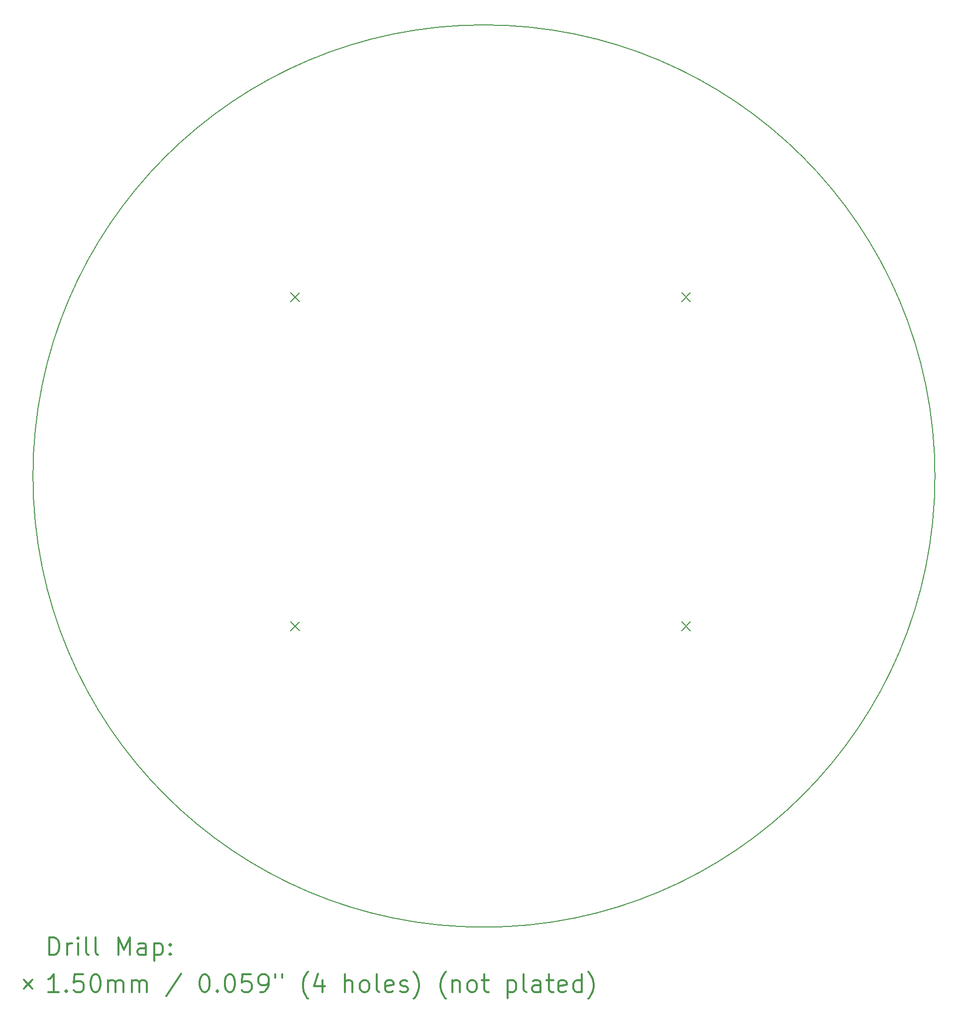
<source format=gbr>
%FSLAX45Y45*%
G04 Gerber Fmt 4.5, Leading zero omitted, Abs format (unit mm)*
G04 Created by KiCad (PCBNEW (2016-12-18 revision 3ffa37c)-master) date Monday, December 19, 2016 'PMt' 05:37:41 PM*
%MOMM*%
%LPD*%
G01*
G04 APERTURE LIST*
%ADD10C,0.127000*%
%ADD11C,0.150000*%
%ADD12C,0.200000*%
%ADD13C,0.300000*%
G04 APERTURE END LIST*
D10*
D11*
X17254734Y-10344000D02*
G75*
G03X17254734Y-10344000I-7672734J0D01*
G01*
D12*
X6295000Y-7225000D02*
X6445000Y-7375000D01*
X6445000Y-7225000D02*
X6295000Y-7375000D01*
X6295000Y-12825000D02*
X6445000Y-12975000D01*
X6445000Y-12825000D02*
X6295000Y-12975000D01*
X12945000Y-7225000D02*
X13095000Y-7375000D01*
X13095000Y-7225000D02*
X12945000Y-7375000D01*
X12945000Y-12825000D02*
X13095000Y-12975000D01*
X13095000Y-12825000D02*
X12945000Y-12975000D01*
D13*
X2188194Y-18489949D02*
X2188194Y-18189949D01*
X2259623Y-18189949D01*
X2302480Y-18204234D01*
X2331051Y-18232806D01*
X2345337Y-18261377D01*
X2359623Y-18318520D01*
X2359623Y-18361377D01*
X2345337Y-18418520D01*
X2331051Y-18447091D01*
X2302480Y-18475663D01*
X2259623Y-18489949D01*
X2188194Y-18489949D01*
X2488194Y-18489949D02*
X2488194Y-18289949D01*
X2488194Y-18347091D02*
X2502480Y-18318520D01*
X2516766Y-18304234D01*
X2545337Y-18289949D01*
X2573909Y-18289949D01*
X2673909Y-18489949D02*
X2673909Y-18289949D01*
X2673909Y-18189949D02*
X2659623Y-18204234D01*
X2673909Y-18218520D01*
X2688194Y-18204234D01*
X2673909Y-18189949D01*
X2673909Y-18218520D01*
X2859623Y-18489949D02*
X2831051Y-18475663D01*
X2816766Y-18447091D01*
X2816766Y-18189949D01*
X3016766Y-18489949D02*
X2988194Y-18475663D01*
X2973908Y-18447091D01*
X2973908Y-18189949D01*
X3359623Y-18489949D02*
X3359623Y-18189949D01*
X3459623Y-18404234D01*
X3559623Y-18189949D01*
X3559623Y-18489949D01*
X3831051Y-18489949D02*
X3831051Y-18332806D01*
X3816766Y-18304234D01*
X3788194Y-18289949D01*
X3731051Y-18289949D01*
X3702480Y-18304234D01*
X3831051Y-18475663D02*
X3802480Y-18489949D01*
X3731051Y-18489949D01*
X3702480Y-18475663D01*
X3688194Y-18447091D01*
X3688194Y-18418520D01*
X3702480Y-18389949D01*
X3731051Y-18375663D01*
X3802480Y-18375663D01*
X3831051Y-18361377D01*
X3973908Y-18289949D02*
X3973908Y-18589949D01*
X3973908Y-18304234D02*
X4002480Y-18289949D01*
X4059623Y-18289949D01*
X4088194Y-18304234D01*
X4102480Y-18318520D01*
X4116766Y-18347091D01*
X4116766Y-18432806D01*
X4102480Y-18461377D01*
X4088194Y-18475663D01*
X4059623Y-18489949D01*
X4002480Y-18489949D01*
X3973908Y-18475663D01*
X4245337Y-18461377D02*
X4259623Y-18475663D01*
X4245337Y-18489949D01*
X4231051Y-18475663D01*
X4245337Y-18461377D01*
X4245337Y-18489949D01*
X4245337Y-18304234D02*
X4259623Y-18318520D01*
X4245337Y-18332806D01*
X4231051Y-18318520D01*
X4245337Y-18304234D01*
X4245337Y-18332806D01*
X1751766Y-18909234D02*
X1901766Y-19059234D01*
X1901766Y-18909234D02*
X1751766Y-19059234D01*
X2345337Y-19119949D02*
X2173909Y-19119949D01*
X2259623Y-19119949D02*
X2259623Y-18819949D01*
X2231051Y-18862806D01*
X2202480Y-18891377D01*
X2173909Y-18905663D01*
X2473909Y-19091377D02*
X2488194Y-19105663D01*
X2473909Y-19119949D01*
X2459623Y-19105663D01*
X2473909Y-19091377D01*
X2473909Y-19119949D01*
X2759623Y-18819949D02*
X2616766Y-18819949D01*
X2602480Y-18962806D01*
X2616766Y-18948520D01*
X2645337Y-18934234D01*
X2716766Y-18934234D01*
X2745337Y-18948520D01*
X2759623Y-18962806D01*
X2773909Y-18991377D01*
X2773909Y-19062806D01*
X2759623Y-19091377D01*
X2745337Y-19105663D01*
X2716766Y-19119949D01*
X2645337Y-19119949D01*
X2616766Y-19105663D01*
X2602480Y-19091377D01*
X2959623Y-18819949D02*
X2988194Y-18819949D01*
X3016766Y-18834234D01*
X3031051Y-18848520D01*
X3045337Y-18877091D01*
X3059623Y-18934234D01*
X3059623Y-19005663D01*
X3045337Y-19062806D01*
X3031051Y-19091377D01*
X3016766Y-19105663D01*
X2988194Y-19119949D01*
X2959623Y-19119949D01*
X2931051Y-19105663D01*
X2916766Y-19091377D01*
X2902480Y-19062806D01*
X2888194Y-19005663D01*
X2888194Y-18934234D01*
X2902480Y-18877091D01*
X2916766Y-18848520D01*
X2931051Y-18834234D01*
X2959623Y-18819949D01*
X3188194Y-19119949D02*
X3188194Y-18919949D01*
X3188194Y-18948520D02*
X3202480Y-18934234D01*
X3231051Y-18919949D01*
X3273908Y-18919949D01*
X3302480Y-18934234D01*
X3316766Y-18962806D01*
X3316766Y-19119949D01*
X3316766Y-18962806D02*
X3331051Y-18934234D01*
X3359623Y-18919949D01*
X3402480Y-18919949D01*
X3431051Y-18934234D01*
X3445337Y-18962806D01*
X3445337Y-19119949D01*
X3588194Y-19119949D02*
X3588194Y-18919949D01*
X3588194Y-18948520D02*
X3602480Y-18934234D01*
X3631051Y-18919949D01*
X3673908Y-18919949D01*
X3702480Y-18934234D01*
X3716766Y-18962806D01*
X3716766Y-19119949D01*
X3716766Y-18962806D02*
X3731051Y-18934234D01*
X3759623Y-18919949D01*
X3802480Y-18919949D01*
X3831051Y-18934234D01*
X3845337Y-18962806D01*
X3845337Y-19119949D01*
X4431051Y-18805663D02*
X4173908Y-19191377D01*
X4816766Y-18819949D02*
X4845337Y-18819949D01*
X4873909Y-18834234D01*
X4888194Y-18848520D01*
X4902480Y-18877091D01*
X4916766Y-18934234D01*
X4916766Y-19005663D01*
X4902480Y-19062806D01*
X4888194Y-19091377D01*
X4873909Y-19105663D01*
X4845337Y-19119949D01*
X4816766Y-19119949D01*
X4788194Y-19105663D01*
X4773909Y-19091377D01*
X4759623Y-19062806D01*
X4745337Y-19005663D01*
X4745337Y-18934234D01*
X4759623Y-18877091D01*
X4773909Y-18848520D01*
X4788194Y-18834234D01*
X4816766Y-18819949D01*
X5045337Y-19091377D02*
X5059623Y-19105663D01*
X5045337Y-19119949D01*
X5031051Y-19105663D01*
X5045337Y-19091377D01*
X5045337Y-19119949D01*
X5245337Y-18819949D02*
X5273909Y-18819949D01*
X5302480Y-18834234D01*
X5316766Y-18848520D01*
X5331051Y-18877091D01*
X5345337Y-18934234D01*
X5345337Y-19005663D01*
X5331051Y-19062806D01*
X5316766Y-19091377D01*
X5302480Y-19105663D01*
X5273909Y-19119949D01*
X5245337Y-19119949D01*
X5216766Y-19105663D01*
X5202480Y-19091377D01*
X5188194Y-19062806D01*
X5173909Y-19005663D01*
X5173909Y-18934234D01*
X5188194Y-18877091D01*
X5202480Y-18848520D01*
X5216766Y-18834234D01*
X5245337Y-18819949D01*
X5616766Y-18819949D02*
X5473909Y-18819949D01*
X5459623Y-18962806D01*
X5473909Y-18948520D01*
X5502480Y-18934234D01*
X5573909Y-18934234D01*
X5602480Y-18948520D01*
X5616766Y-18962806D01*
X5631051Y-18991377D01*
X5631051Y-19062806D01*
X5616766Y-19091377D01*
X5602480Y-19105663D01*
X5573909Y-19119949D01*
X5502480Y-19119949D01*
X5473909Y-19105663D01*
X5459623Y-19091377D01*
X5773908Y-19119949D02*
X5831051Y-19119949D01*
X5859623Y-19105663D01*
X5873908Y-19091377D01*
X5902480Y-19048520D01*
X5916766Y-18991377D01*
X5916766Y-18877091D01*
X5902480Y-18848520D01*
X5888194Y-18834234D01*
X5859623Y-18819949D01*
X5802480Y-18819949D01*
X5773908Y-18834234D01*
X5759623Y-18848520D01*
X5745337Y-18877091D01*
X5745337Y-18948520D01*
X5759623Y-18977091D01*
X5773908Y-18991377D01*
X5802480Y-19005663D01*
X5859623Y-19005663D01*
X5888194Y-18991377D01*
X5902480Y-18977091D01*
X5916766Y-18948520D01*
X6031051Y-18819949D02*
X6031051Y-18877091D01*
X6145337Y-18819949D02*
X6145337Y-18877091D01*
X6588194Y-19234234D02*
X6573908Y-19219949D01*
X6545337Y-19177091D01*
X6531051Y-19148520D01*
X6516766Y-19105663D01*
X6502480Y-19034234D01*
X6502480Y-18977091D01*
X6516766Y-18905663D01*
X6531051Y-18862806D01*
X6545337Y-18834234D01*
X6573908Y-18791377D01*
X6588194Y-18777091D01*
X6831051Y-18919949D02*
X6831051Y-19119949D01*
X6759623Y-18805663D02*
X6688194Y-19019949D01*
X6873908Y-19019949D01*
X7216766Y-19119949D02*
X7216766Y-18819949D01*
X7345337Y-19119949D02*
X7345337Y-18962806D01*
X7331051Y-18934234D01*
X7302480Y-18919949D01*
X7259623Y-18919949D01*
X7231051Y-18934234D01*
X7216766Y-18948520D01*
X7531051Y-19119949D02*
X7502480Y-19105663D01*
X7488194Y-19091377D01*
X7473908Y-19062806D01*
X7473908Y-18977091D01*
X7488194Y-18948520D01*
X7502480Y-18934234D01*
X7531051Y-18919949D01*
X7573908Y-18919949D01*
X7602480Y-18934234D01*
X7616766Y-18948520D01*
X7631051Y-18977091D01*
X7631051Y-19062806D01*
X7616766Y-19091377D01*
X7602480Y-19105663D01*
X7573908Y-19119949D01*
X7531051Y-19119949D01*
X7802480Y-19119949D02*
X7773908Y-19105663D01*
X7759623Y-19077091D01*
X7759623Y-18819949D01*
X8031051Y-19105663D02*
X8002480Y-19119949D01*
X7945337Y-19119949D01*
X7916766Y-19105663D01*
X7902480Y-19077091D01*
X7902480Y-18962806D01*
X7916766Y-18934234D01*
X7945337Y-18919949D01*
X8002480Y-18919949D01*
X8031051Y-18934234D01*
X8045337Y-18962806D01*
X8045337Y-18991377D01*
X7902480Y-19019949D01*
X8159623Y-19105663D02*
X8188194Y-19119949D01*
X8245337Y-19119949D01*
X8273908Y-19105663D01*
X8288194Y-19077091D01*
X8288194Y-19062806D01*
X8273908Y-19034234D01*
X8245337Y-19019949D01*
X8202480Y-19019949D01*
X8173908Y-19005663D01*
X8159623Y-18977091D01*
X8159623Y-18962806D01*
X8173908Y-18934234D01*
X8202480Y-18919949D01*
X8245337Y-18919949D01*
X8273908Y-18934234D01*
X8388194Y-19234234D02*
X8402480Y-19219949D01*
X8431051Y-19177091D01*
X8445337Y-19148520D01*
X8459623Y-19105663D01*
X8473909Y-19034234D01*
X8473909Y-18977091D01*
X8459623Y-18905663D01*
X8445337Y-18862806D01*
X8431051Y-18834234D01*
X8402480Y-18791377D01*
X8388194Y-18777091D01*
X8931051Y-19234234D02*
X8916766Y-19219949D01*
X8888194Y-19177091D01*
X8873909Y-19148520D01*
X8859623Y-19105663D01*
X8845337Y-19034234D01*
X8845337Y-18977091D01*
X8859623Y-18905663D01*
X8873909Y-18862806D01*
X8888194Y-18834234D01*
X8916766Y-18791377D01*
X8931051Y-18777091D01*
X9045337Y-18919949D02*
X9045337Y-19119949D01*
X9045337Y-18948520D02*
X9059623Y-18934234D01*
X9088194Y-18919949D01*
X9131051Y-18919949D01*
X9159623Y-18934234D01*
X9173909Y-18962806D01*
X9173909Y-19119949D01*
X9359623Y-19119949D02*
X9331051Y-19105663D01*
X9316766Y-19091377D01*
X9302480Y-19062806D01*
X9302480Y-18977091D01*
X9316766Y-18948520D01*
X9331051Y-18934234D01*
X9359623Y-18919949D01*
X9402480Y-18919949D01*
X9431051Y-18934234D01*
X9445337Y-18948520D01*
X9459623Y-18977091D01*
X9459623Y-19062806D01*
X9445337Y-19091377D01*
X9431051Y-19105663D01*
X9402480Y-19119949D01*
X9359623Y-19119949D01*
X9545337Y-18919949D02*
X9659623Y-18919949D01*
X9588194Y-18819949D02*
X9588194Y-19077091D01*
X9602480Y-19105663D01*
X9631051Y-19119949D01*
X9659623Y-19119949D01*
X9988194Y-18919949D02*
X9988194Y-19219949D01*
X9988194Y-18934234D02*
X10016766Y-18919949D01*
X10073909Y-18919949D01*
X10102480Y-18934234D01*
X10116766Y-18948520D01*
X10131051Y-18977091D01*
X10131051Y-19062806D01*
X10116766Y-19091377D01*
X10102480Y-19105663D01*
X10073909Y-19119949D01*
X10016766Y-19119949D01*
X9988194Y-19105663D01*
X10302480Y-19119949D02*
X10273909Y-19105663D01*
X10259623Y-19077091D01*
X10259623Y-18819949D01*
X10545337Y-19119949D02*
X10545337Y-18962806D01*
X10531051Y-18934234D01*
X10502480Y-18919949D01*
X10445337Y-18919949D01*
X10416766Y-18934234D01*
X10545337Y-19105663D02*
X10516766Y-19119949D01*
X10445337Y-19119949D01*
X10416766Y-19105663D01*
X10402480Y-19077091D01*
X10402480Y-19048520D01*
X10416766Y-19019949D01*
X10445337Y-19005663D01*
X10516766Y-19005663D01*
X10545337Y-18991377D01*
X10645337Y-18919949D02*
X10759623Y-18919949D01*
X10688194Y-18819949D02*
X10688194Y-19077091D01*
X10702480Y-19105663D01*
X10731051Y-19119949D01*
X10759623Y-19119949D01*
X10973909Y-19105663D02*
X10945337Y-19119949D01*
X10888194Y-19119949D01*
X10859623Y-19105663D01*
X10845337Y-19077091D01*
X10845337Y-18962806D01*
X10859623Y-18934234D01*
X10888194Y-18919949D01*
X10945337Y-18919949D01*
X10973909Y-18934234D01*
X10988194Y-18962806D01*
X10988194Y-18991377D01*
X10845337Y-19019949D01*
X11245337Y-19119949D02*
X11245337Y-18819949D01*
X11245337Y-19105663D02*
X11216766Y-19119949D01*
X11159623Y-19119949D01*
X11131051Y-19105663D01*
X11116766Y-19091377D01*
X11102480Y-19062806D01*
X11102480Y-18977091D01*
X11116766Y-18948520D01*
X11131051Y-18934234D01*
X11159623Y-18919949D01*
X11216766Y-18919949D01*
X11245337Y-18934234D01*
X11359623Y-19234234D02*
X11373908Y-19219949D01*
X11402480Y-19177091D01*
X11416766Y-19148520D01*
X11431051Y-19105663D01*
X11445337Y-19034234D01*
X11445337Y-18977091D01*
X11431051Y-18905663D01*
X11416766Y-18862806D01*
X11402480Y-18834234D01*
X11373908Y-18791377D01*
X11359623Y-18777091D01*
M02*

</source>
